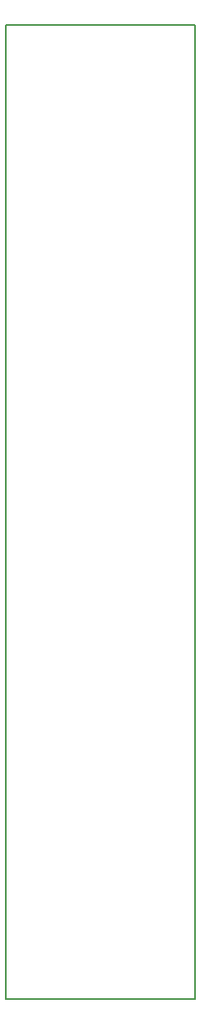
<source format=gbr>
%TF.GenerationSoftware,KiCad,Pcbnew,7.0.8*%
%TF.CreationDate,2024-02-10T19:54:04+11:00*%
%TF.ProjectId,JNTUB,4a4e5455-422e-46b6-9963-61645f706362,rev?*%
%TF.SameCoordinates,Original*%
%TF.FileFunction,Profile,NP*%
%FSLAX46Y46*%
G04 Gerber Fmt 4.6, Leading zero omitted, Abs format (unit mm)*
G04 Created by KiCad (PCBNEW 7.0.8) date 2024-02-10 19:54:04*
%MOMM*%
%LPD*%
G01*
G04 APERTURE LIST*
%TA.AperFunction,Profile*%
%ADD10C,0.150000*%
%TD*%
G04 APERTURE END LIST*
D10*
X237236000Y-57912000D02*
X217932000Y-57912000D01*
X237236000Y-156972000D02*
X237236000Y-57912000D01*
X217932000Y-57912000D02*
X217932000Y-156972000D01*
X237236000Y-156972000D02*
X217932000Y-156972000D01*
M02*

</source>
